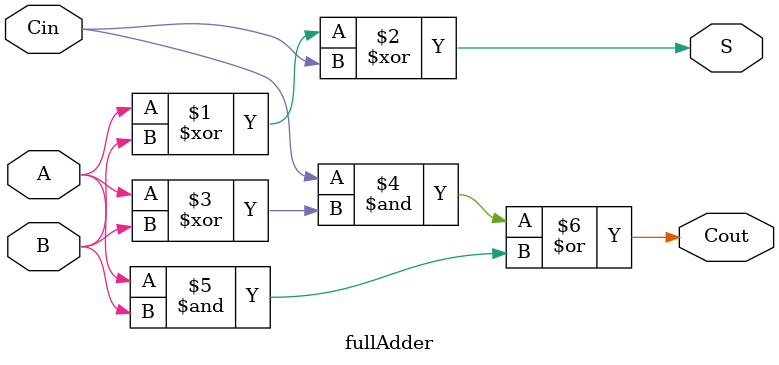
<source format=v>
`timescale 1ns / 1ps


module fullAdder(
input A, B, Cin,
output S, Cout
    );
    
    assign S = (A^B)^Cin;
    assign Cout = (((Cin)&(A^B)) | ((A)&(B)));
endmodule

</source>
